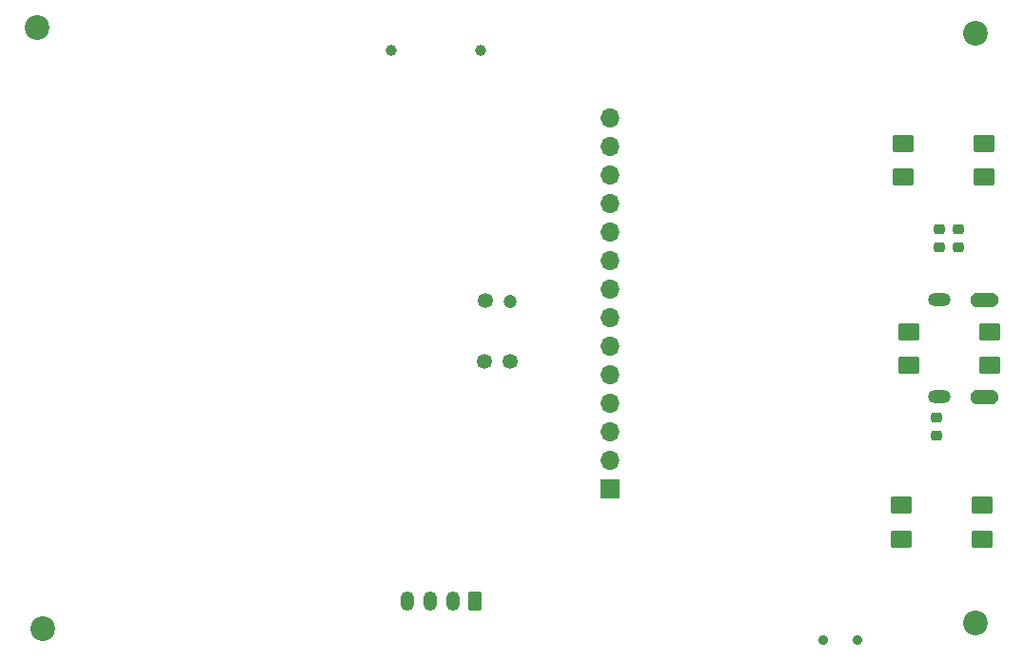
<source format=gbr>
%TF.GenerationSoftware,KiCad,Pcbnew,8.0.7*%
%TF.CreationDate,2025-04-23T11:54:06+05:30*%
%TF.ProjectId,schem,73636865-6d2e-46b6-9963-61645f706362,rev?*%
%TF.SameCoordinates,Original*%
%TF.FileFunction,Soldermask,Top*%
%TF.FilePolarity,Negative*%
%FSLAX46Y46*%
G04 Gerber Fmt 4.6, Leading zero omitted, Abs format (unit mm)*
G04 Created by KiCad (PCBNEW 8.0.7) date 2025-04-23 11:54:06*
%MOMM*%
%LPD*%
G01*
G04 APERTURE LIST*
G04 Aperture macros list*
%AMRoundRect*
0 Rectangle with rounded corners*
0 $1 Rounding radius*
0 $2 $3 $4 $5 $6 $7 $8 $9 X,Y pos of 4 corners*
0 Add a 4 corners polygon primitive as box body*
4,1,4,$2,$3,$4,$5,$6,$7,$8,$9,$2,$3,0*
0 Add four circle primitives for the rounded corners*
1,1,$1+$1,$2,$3*
1,1,$1+$1,$4,$5*
1,1,$1+$1,$6,$7*
1,1,$1+$1,$8,$9*
0 Add four rect primitives between the rounded corners*
20,1,$1+$1,$2,$3,$4,$5,0*
20,1,$1+$1,$4,$5,$6,$7,0*
20,1,$1+$1,$6,$7,$8,$9,0*
20,1,$1+$1,$8,$9,$2,$3,0*%
G04 Aperture macros list end*
%ADD10C,0.010000*%
%ADD11C,0.999997*%
%ADD12O,2.004000X1.204000*%
%ADD13C,0.900000*%
%ADD14RoundRect,0.218750X-0.256250X0.218750X-0.256250X-0.218750X0.256250X-0.218750X0.256250X0.218750X0*%
%ADD15C,2.200000*%
%ADD16RoundRect,0.218750X0.256250X-0.218750X0.256250X0.218750X-0.256250X0.218750X-0.256250X-0.218750X0*%
%ADD17R,1.700000X1.700000*%
%ADD18O,1.700000X1.700000*%
%ADD19C,1.350000*%
%ADD20C,1.200000*%
%ADD21RoundRect,0.250000X0.350000X0.625000X-0.350000X0.625000X-0.350000X-0.625000X0.350000X-0.625000X0*%
%ADD22O,1.200000X1.750000*%
%ADD23RoundRect,0.102000X-0.800000X0.700000X-0.800000X-0.700000X0.800000X-0.700000X0.800000X0.700000X0*%
G04 APERTURE END LIST*
D10*
%TO.C,J5*%
X178393499Y-113721000D02*
X178425498Y-113722995D01*
X178456499Y-113726997D01*
X178487497Y-113732999D01*
X178517496Y-113740001D01*
X178547498Y-113748998D01*
X178577503Y-113759999D01*
X178606497Y-113772002D01*
X178634497Y-113785005D01*
X178662499Y-113800001D01*
X178689501Y-113816998D01*
X178715501Y-113835000D01*
X178740500Y-113854000D01*
X178763497Y-113873997D01*
X178786498Y-113895996D01*
X178808499Y-113918997D01*
X178828500Y-113942000D01*
X178847498Y-113967000D01*
X178865499Y-113992998D01*
X178882496Y-114020005D01*
X178897500Y-114047996D01*
X178910494Y-114076003D01*
X178922505Y-114104997D01*
X178933494Y-114135001D01*
X178942499Y-114164993D01*
X178949495Y-114195003D01*
X178955501Y-114225998D01*
X178959497Y-114256998D01*
X178961493Y-114289001D01*
X178962500Y-114319997D01*
X178961499Y-114351001D01*
X178959499Y-114383001D01*
X178955493Y-114413998D01*
X178949493Y-114445002D01*
X178942506Y-114475004D01*
X178933497Y-114505003D01*
X178922494Y-114535002D01*
X178910498Y-114563998D01*
X178897502Y-114591999D01*
X178882499Y-114619999D01*
X178865494Y-114646999D01*
X178847495Y-114673004D01*
X178828498Y-114698000D01*
X178808501Y-114720996D01*
X178786501Y-114744004D01*
X178763496Y-114766001D01*
X178740502Y-114786000D01*
X178715501Y-114805000D01*
X178689496Y-114822998D01*
X178662495Y-114840005D01*
X178634492Y-114855001D01*
X178606501Y-114868000D01*
X178577497Y-114880007D01*
X178547496Y-114890997D01*
X178517493Y-114900002D01*
X178487500Y-114906996D01*
X178456494Y-114913004D01*
X178425495Y-114917002D01*
X178393505Y-114919002D01*
X178362499Y-114920002D01*
X177762494Y-114920000D01*
X177162500Y-114919994D01*
X177131500Y-114918999D01*
X177099492Y-114916997D01*
X177068495Y-114912997D01*
X177037496Y-114907003D01*
X177007494Y-114900000D01*
X176977496Y-114891002D01*
X176947498Y-114879997D01*
X176918498Y-114867997D01*
X176890493Y-114855003D01*
X176862498Y-114839994D01*
X176835495Y-114823001D01*
X176809500Y-114804998D01*
X176784501Y-114785996D01*
X176761495Y-114766001D01*
X176738499Y-114743995D01*
X176716503Y-114721001D01*
X176696498Y-114698000D01*
X176677499Y-114672998D01*
X176659496Y-114647000D01*
X176642500Y-114620000D01*
X176627501Y-114592005D01*
X176614496Y-114564001D01*
X176602490Y-114535003D01*
X176591501Y-114504996D01*
X176582499Y-114474999D01*
X176575496Y-114444997D01*
X176569496Y-114414000D01*
X176565498Y-114382999D01*
X176563497Y-114351001D01*
X176562495Y-114320000D01*
X176563496Y-114288999D01*
X176565501Y-114257005D01*
X176569500Y-114226001D01*
X176575496Y-114195001D01*
X176582502Y-114165001D01*
X176591496Y-114134999D01*
X176602506Y-114105002D01*
X176614496Y-114076002D01*
X176627500Y-114048002D01*
X176642497Y-114019996D01*
X176659497Y-113993001D01*
X176677500Y-113966999D01*
X176696499Y-113941999D01*
X176716498Y-113919003D01*
X176738498Y-113896003D01*
X176761499Y-113874003D01*
X176784502Y-113854001D01*
X176809500Y-113834999D01*
X176835500Y-113817001D01*
X176862498Y-113799999D01*
X176890494Y-113784995D01*
X176918497Y-113771998D01*
X176947502Y-113760000D01*
X176977498Y-113749002D01*
X177007496Y-113739999D01*
X177037497Y-113733004D01*
X177068500Y-113727008D01*
X177099495Y-113723005D01*
X177131500Y-113720999D01*
X177162503Y-113720002D01*
X177762496Y-113719998D01*
X178362501Y-113719997D01*
X178393499Y-113721000D01*
G36*
X178393499Y-113721000D02*
G01*
X178425498Y-113722995D01*
X178456499Y-113726997D01*
X178487497Y-113732999D01*
X178517496Y-113740001D01*
X178547498Y-113748998D01*
X178577503Y-113759999D01*
X178606497Y-113772002D01*
X178634497Y-113785005D01*
X178662499Y-113800001D01*
X178689501Y-113816998D01*
X178715501Y-113835000D01*
X178740500Y-113854000D01*
X178763497Y-113873997D01*
X178786498Y-113895996D01*
X178808499Y-113918997D01*
X178828500Y-113942000D01*
X178847498Y-113967000D01*
X178865499Y-113992998D01*
X178882496Y-114020005D01*
X178897500Y-114047996D01*
X178910494Y-114076003D01*
X178922505Y-114104997D01*
X178933494Y-114135001D01*
X178942499Y-114164993D01*
X178949495Y-114195003D01*
X178955501Y-114225998D01*
X178959497Y-114256998D01*
X178961493Y-114289001D01*
X178962500Y-114319997D01*
X178961499Y-114351001D01*
X178959499Y-114383001D01*
X178955493Y-114413998D01*
X178949493Y-114445002D01*
X178942506Y-114475004D01*
X178933497Y-114505003D01*
X178922494Y-114535002D01*
X178910498Y-114563998D01*
X178897502Y-114591999D01*
X178882499Y-114619999D01*
X178865494Y-114646999D01*
X178847495Y-114673004D01*
X178828498Y-114698000D01*
X178808501Y-114720996D01*
X178786501Y-114744004D01*
X178763496Y-114766001D01*
X178740502Y-114786000D01*
X178715501Y-114805000D01*
X178689496Y-114822998D01*
X178662495Y-114840005D01*
X178634492Y-114855001D01*
X178606501Y-114868000D01*
X178577497Y-114880007D01*
X178547496Y-114890997D01*
X178517493Y-114900002D01*
X178487500Y-114906996D01*
X178456494Y-114913004D01*
X178425495Y-114917002D01*
X178393505Y-114919002D01*
X178362499Y-114920002D01*
X177762494Y-114920000D01*
X177162500Y-114919994D01*
X177131500Y-114918999D01*
X177099492Y-114916997D01*
X177068495Y-114912997D01*
X177037496Y-114907003D01*
X177007494Y-114900000D01*
X176977496Y-114891002D01*
X176947498Y-114879997D01*
X176918498Y-114867997D01*
X176890493Y-114855003D01*
X176862498Y-114839994D01*
X176835495Y-114823001D01*
X176809500Y-114804998D01*
X176784501Y-114785996D01*
X176761495Y-114766001D01*
X176738499Y-114743995D01*
X176716503Y-114721001D01*
X176696498Y-114698000D01*
X176677499Y-114672998D01*
X176659496Y-114647000D01*
X176642500Y-114620000D01*
X176627501Y-114592005D01*
X176614496Y-114564001D01*
X176602490Y-114535003D01*
X176591501Y-114504996D01*
X176582499Y-114474999D01*
X176575496Y-114444997D01*
X176569496Y-114414000D01*
X176565498Y-114382999D01*
X176563497Y-114351001D01*
X176562495Y-114320000D01*
X176563496Y-114288999D01*
X176565501Y-114257005D01*
X176569500Y-114226001D01*
X176575496Y-114195001D01*
X176582502Y-114165001D01*
X176591496Y-114134999D01*
X176602506Y-114105002D01*
X176614496Y-114076002D01*
X176627500Y-114048002D01*
X176642497Y-114019996D01*
X176659497Y-113993001D01*
X176677500Y-113966999D01*
X176696499Y-113941999D01*
X176716498Y-113919003D01*
X176738498Y-113896003D01*
X176761499Y-113874003D01*
X176784502Y-113854001D01*
X176809500Y-113834999D01*
X176835500Y-113817001D01*
X176862498Y-113799999D01*
X176890494Y-113784995D01*
X176918497Y-113771998D01*
X176947502Y-113760000D01*
X176977498Y-113749002D01*
X177007496Y-113739999D01*
X177037497Y-113733004D01*
X177068500Y-113727008D01*
X177099495Y-113723005D01*
X177131500Y-113720999D01*
X177162503Y-113720002D01*
X177762496Y-113719998D01*
X178362501Y-113719997D01*
X178393499Y-113721000D01*
G37*
X177762502Y-105080000D02*
X178362496Y-105080006D01*
X178393496Y-105081001D01*
X178425504Y-105083003D01*
X178456501Y-105087003D01*
X178487500Y-105092997D01*
X178517502Y-105100000D01*
X178547500Y-105108998D01*
X178577498Y-105120003D01*
X178606498Y-105132003D01*
X178634503Y-105144997D01*
X178662498Y-105160006D01*
X178689501Y-105176999D01*
X178715496Y-105195002D01*
X178740495Y-105214004D01*
X178763501Y-105233999D01*
X178786497Y-105256005D01*
X178808493Y-105278999D01*
X178828498Y-105302000D01*
X178847497Y-105327002D01*
X178865500Y-105353000D01*
X178882496Y-105380000D01*
X178897495Y-105407995D01*
X178910500Y-105435999D01*
X178922506Y-105464997D01*
X178933495Y-105495004D01*
X178942497Y-105525001D01*
X178949500Y-105555003D01*
X178955500Y-105586000D01*
X178959498Y-105617001D01*
X178961499Y-105648999D01*
X178962501Y-105680000D01*
X178961500Y-105711001D01*
X178959495Y-105742995D01*
X178955496Y-105773999D01*
X178949500Y-105804999D01*
X178942494Y-105834999D01*
X178933500Y-105865001D01*
X178922490Y-105894998D01*
X178910500Y-105923998D01*
X178897496Y-105951998D01*
X178882499Y-105980004D01*
X178865499Y-106006999D01*
X178847496Y-106033001D01*
X178828497Y-106058001D01*
X178808498Y-106080997D01*
X178786498Y-106103997D01*
X178763497Y-106125997D01*
X178740494Y-106145999D01*
X178715496Y-106165001D01*
X178689496Y-106182999D01*
X178662498Y-106200001D01*
X178634502Y-106215005D01*
X178606499Y-106228002D01*
X178577494Y-106240000D01*
X178547498Y-106250998D01*
X178517500Y-106260001D01*
X178487499Y-106266996D01*
X178456496Y-106272992D01*
X178425501Y-106276995D01*
X178393496Y-106279001D01*
X178362493Y-106279998D01*
X177762500Y-106280002D01*
X177162495Y-106280003D01*
X177131497Y-106279000D01*
X177099498Y-106277005D01*
X177068497Y-106273003D01*
X177037499Y-106267001D01*
X177007500Y-106259999D01*
X176977498Y-106251002D01*
X176947493Y-106240001D01*
X176918499Y-106227998D01*
X176890499Y-106214995D01*
X176862497Y-106199999D01*
X176835495Y-106183002D01*
X176809495Y-106165000D01*
X176784496Y-106146000D01*
X176761499Y-106126003D01*
X176738498Y-106104004D01*
X176716497Y-106081003D01*
X176696496Y-106058000D01*
X176677498Y-106033000D01*
X176659497Y-106007002D01*
X176642500Y-105979995D01*
X176627496Y-105952004D01*
X176614502Y-105923997D01*
X176602491Y-105895003D01*
X176591502Y-105864999D01*
X176582497Y-105835007D01*
X176575501Y-105804997D01*
X176569495Y-105774002D01*
X176565499Y-105743002D01*
X176563503Y-105710999D01*
X176562496Y-105680003D01*
X176563497Y-105648999D01*
X176565497Y-105616999D01*
X176569503Y-105586002D01*
X176575503Y-105554998D01*
X176582490Y-105524996D01*
X176591499Y-105494997D01*
X176602502Y-105464998D01*
X176614498Y-105436002D01*
X176627494Y-105408001D01*
X176642497Y-105380001D01*
X176659502Y-105353001D01*
X176677501Y-105326996D01*
X176696498Y-105302000D01*
X176716495Y-105279004D01*
X176738495Y-105255996D01*
X176761500Y-105233999D01*
X176784494Y-105214000D01*
X176809495Y-105195000D01*
X176835500Y-105177002D01*
X176862501Y-105159995D01*
X176890504Y-105144999D01*
X176918495Y-105132000D01*
X176947499Y-105119993D01*
X176977500Y-105109003D01*
X177007503Y-105099998D01*
X177037496Y-105093004D01*
X177068502Y-105086996D01*
X177099501Y-105082998D01*
X177131491Y-105080998D01*
X177162497Y-105079998D01*
X177762502Y-105080000D01*
G36*
X177762502Y-105080000D02*
G01*
X178362496Y-105080006D01*
X178393496Y-105081001D01*
X178425504Y-105083003D01*
X178456501Y-105087003D01*
X178487500Y-105092997D01*
X178517502Y-105100000D01*
X178547500Y-105108998D01*
X178577498Y-105120003D01*
X178606498Y-105132003D01*
X178634503Y-105144997D01*
X178662498Y-105160006D01*
X178689501Y-105176999D01*
X178715496Y-105195002D01*
X178740495Y-105214004D01*
X178763501Y-105233999D01*
X178786497Y-105256005D01*
X178808493Y-105278999D01*
X178828498Y-105302000D01*
X178847497Y-105327002D01*
X178865500Y-105353000D01*
X178882496Y-105380000D01*
X178897495Y-105407995D01*
X178910500Y-105435999D01*
X178922506Y-105464997D01*
X178933495Y-105495004D01*
X178942497Y-105525001D01*
X178949500Y-105555003D01*
X178955500Y-105586000D01*
X178959498Y-105617001D01*
X178961499Y-105648999D01*
X178962501Y-105680000D01*
X178961500Y-105711001D01*
X178959495Y-105742995D01*
X178955496Y-105773999D01*
X178949500Y-105804999D01*
X178942494Y-105834999D01*
X178933500Y-105865001D01*
X178922490Y-105894998D01*
X178910500Y-105923998D01*
X178897496Y-105951998D01*
X178882499Y-105980004D01*
X178865499Y-106006999D01*
X178847496Y-106033001D01*
X178828497Y-106058001D01*
X178808498Y-106080997D01*
X178786498Y-106103997D01*
X178763497Y-106125997D01*
X178740494Y-106145999D01*
X178715496Y-106165001D01*
X178689496Y-106182999D01*
X178662498Y-106200001D01*
X178634502Y-106215005D01*
X178606499Y-106228002D01*
X178577494Y-106240000D01*
X178547498Y-106250998D01*
X178517500Y-106260001D01*
X178487499Y-106266996D01*
X178456496Y-106272992D01*
X178425501Y-106276995D01*
X178393496Y-106279001D01*
X178362493Y-106279998D01*
X177762500Y-106280002D01*
X177162495Y-106280003D01*
X177131497Y-106279000D01*
X177099498Y-106277005D01*
X177068497Y-106273003D01*
X177037499Y-106267001D01*
X177007500Y-106259999D01*
X176977498Y-106251002D01*
X176947493Y-106240001D01*
X176918499Y-106227998D01*
X176890499Y-106214995D01*
X176862497Y-106199999D01*
X176835495Y-106183002D01*
X176809495Y-106165000D01*
X176784496Y-106146000D01*
X176761499Y-106126003D01*
X176738498Y-106104004D01*
X176716497Y-106081003D01*
X176696496Y-106058000D01*
X176677498Y-106033000D01*
X176659497Y-106007002D01*
X176642500Y-105979995D01*
X176627496Y-105952004D01*
X176614502Y-105923997D01*
X176602491Y-105895003D01*
X176591502Y-105864999D01*
X176582497Y-105835007D01*
X176575501Y-105804997D01*
X176569495Y-105774002D01*
X176565499Y-105743002D01*
X176563503Y-105710999D01*
X176562496Y-105680003D01*
X176563497Y-105648999D01*
X176565497Y-105616999D01*
X176569503Y-105586002D01*
X176575503Y-105554998D01*
X176582490Y-105524996D01*
X176591499Y-105494997D01*
X176602502Y-105464998D01*
X176614498Y-105436002D01*
X176627494Y-105408001D01*
X176642497Y-105380001D01*
X176659502Y-105353001D01*
X176677501Y-105326996D01*
X176696498Y-105302000D01*
X176716495Y-105279004D01*
X176738495Y-105255996D01*
X176761500Y-105233999D01*
X176784494Y-105214000D01*
X176809495Y-105195000D01*
X176835500Y-105177002D01*
X176862501Y-105159995D01*
X176890504Y-105144999D01*
X176918495Y-105132000D01*
X176947499Y-105119993D01*
X176977500Y-105109003D01*
X177007503Y-105099998D01*
X177037496Y-105093004D01*
X177068502Y-105086996D01*
X177099501Y-105082998D01*
X177131491Y-105080998D01*
X177162497Y-105079998D01*
X177762502Y-105080000D01*
G37*
%TD*%
D11*
%TO.C,SD1*%
X125000000Y-83500000D03*
X132975600Y-83500000D03*
%TD*%
D12*
%TO.C,J5*%
X173762499Y-114320003D03*
X173762493Y-105680003D03*
%TD*%
D13*
%TO.C,SW3*%
X163500000Y-136000000D03*
X166500000Y-136000000D03*
%TD*%
D14*
%TO.C,LED3*%
X175500000Y-99425000D03*
X175500000Y-101000000D03*
%TD*%
D15*
%TO.C,H2*%
X94000000Y-135000000D03*
%TD*%
D16*
%TO.C,LED1*%
X173500000Y-117787500D03*
X173500000Y-116212500D03*
%TD*%
D15*
%TO.C,H1*%
X177000000Y-82000000D03*
%TD*%
%TO.C,H3*%
X93500000Y-81500000D03*
%TD*%
D17*
%TO.C,J4*%
X144500000Y-122520000D03*
D18*
X144500000Y-119980000D03*
X144500000Y-117440000D03*
X144500000Y-114900000D03*
X144500000Y-112360000D03*
X144500000Y-109820000D03*
X144500000Y-107280000D03*
X144500000Y-104740000D03*
X144500000Y-102200000D03*
X144500000Y-99660000D03*
X144500000Y-97120000D03*
X144500000Y-94580000D03*
X144500000Y-92040000D03*
X144500000Y-89500000D03*
%TD*%
D14*
%TO.C,LED2*%
X173787500Y-99425000D03*
X173787500Y-101000000D03*
%TD*%
D15*
%TO.C,H4*%
X177000000Y-134500000D03*
%TD*%
D19*
%TO.C,U7*%
X133359100Y-111187900D03*
X133406052Y-105792324D03*
D20*
X135640970Y-105812152D03*
D19*
X135594018Y-111207728D03*
%TD*%
D21*
%TO.C,J3*%
X132500000Y-132500000D03*
D22*
X130500000Y-132500000D03*
X128500000Y-132500000D03*
X126500000Y-132500000D03*
%TD*%
D23*
%TO.C,SW6*%
X170400000Y-127000000D03*
X177600000Y-127000000D03*
X170400000Y-124000000D03*
X177600000Y-124000000D03*
%TD*%
%TO.C,SW5*%
X171105000Y-111519400D03*
X178305000Y-111519400D03*
X171105000Y-108519400D03*
X178305000Y-108519400D03*
%TD*%
%TO.C,SW4*%
X170560000Y-94769400D03*
X177760000Y-94769400D03*
X170560000Y-91769400D03*
X177760000Y-91769400D03*
%TD*%
M02*

</source>
